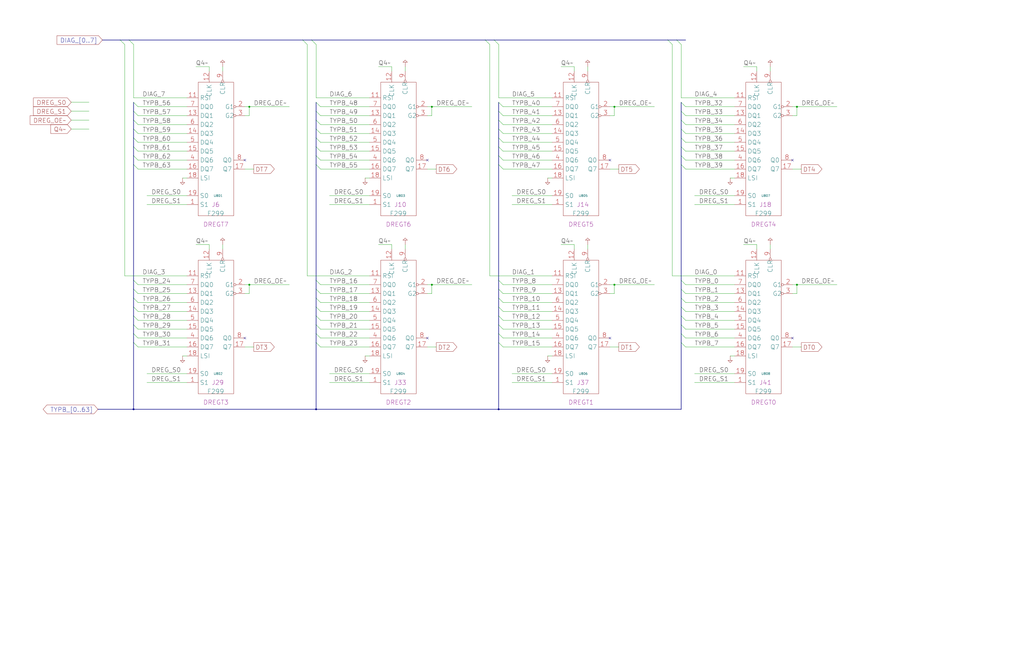
<source format=kicad_sch>
(kicad_sch (version 20220126) (generator eeschema)
  (paper "User" 584.2 378.46)
  (title_block (title "BXCVR\\nTYPE & CHKBIT DIAG REG") (date "08-MAR-90") (rev "0.0") (comment 1 "MEM32 BOARD") (comment 2 "232-003066") (comment 3 "S400") (comment 4 "RELEASED"))
  (lib_symbols
    (symbol "r1000:F299" (pin_names (offset 1.016))
      (property "Reference" "U" (at 2.54 5.08 0))
      (property "Value" "F299" (at -3.81 -5.08 0))
      (property "Location" "___" (at -1.27 0 0))
      (property "Name" "______" (at 1.27 -12.7 0))
      (symbol "F299_1_1"
        (rectangle (start -8.89 69.85) (end 11.43 -6.35))
        (circle (center 5.08 70.485) (radius 0.635))
        (circle (center 12.065 50.8) (radius 0.635))
        (circle (center 12.065 55.88) (radius 0.635))
        (pin input line (at -15.24 0 0) (length 6.35) (name "S1") (number "1"))
        (pin input line (at -15.24 60.96 0) (length 6.35) (name "RSI") (number "11"))
        (pin input line (at -2.54 76.2 270) (length 6.35) (name "CLK") (number "12"))
        (pin bidirectional line (at -15.24 50.8 0) (length 6.35) (name "DQ1") (number "13"))
        (pin bidirectional line (at -15.24 40.64 0) (length 6.35) (name "DQ3") (number "14"))
        (pin bidirectional line (at -15.24 30.48 0) (length 6.35) (name "DQ5") (number "15"))
        (pin bidirectional line (at -15.24 20.32 0) (length 6.35) (name "DQ7") (number "16"))
        (pin output line (at 17.78 20.32 180) (length 6.35) (name "Q7") (number "17"))
        (pin input line (at -15.24 15.24 0) (length 6.35) (name "LSI") (number "18"))
        (pin input line (at -15.24 5.08 0) (length 6.35) (name "S0") (number "19"))
        (pin input line (at 17.78 55.88 180) (length 5.08) (name "G1") (number "2"))
        (pin input line (at 17.78 50.8 180) (length 5.08) (name "G2") (number "3"))
        (pin bidirectional line (at -15.24 25.4 0) (length 6.35) (name "DQ6") (number "4"))
        (pin bidirectional line (at -15.24 35.56 0) (length 6.35) (name "DQ4") (number "5"))
        (pin bidirectional line (at -15.24 45.72 0) (length 6.35) (name "DQ2") (number "6"))
        (pin bidirectional line (at -15.24 55.88 0) (length 6.35) (name "DQ0") (number "7"))
        (pin output line (at 17.78 25.4 180) (length 6.35) (name "Q0") (number "8"))
        (pin input line (at 5.08 76.2 270) (length 5.08) (name "CLR") (number "9"))
      )
    )
    (symbol "r1000:PD" (power) (pin_numbers hide) (pin_names hide) (in_bom no)
      (symbol "PD_0_1"
        (polyline (pts (xy 0 -2.54) (xy 1.27 -2.54) (xy 0 -3.81) (xy -1.27 -2.54) (xy 0 -2.54)) (stroke (width 0.1524)))
      )
      (symbol "PD_1_1"
        (pin power_in line (at 0 0 270) (length 2.54) (name "PD") (number "1"))
      )
    )
    (symbol "r1000:PU" (power) (pin_numbers hide) (pin_names hide)
      (symbol "PU_0_1"
        (polyline (pts (xy 0 2.54) (xy -1.27 2.54) (xy 0 3.81) (xy 1.27 2.54) (xy 0 2.54)) (stroke (width 0.1524)))
      )
      (symbol "PU_1_1"
        (pin power_in line (at 0 0 90) (length 2.54) (name "PU") (number "1"))
      )
    )
  )
  (bus (pts (xy 172.72 22.86) (xy 177.8 22.86)))
  (bus (pts (xy 177.8 22.86) (xy 276.86 22.86)))
  (bus (pts (xy 180.34 160.02) (xy 180.34 165.1)))
  (bus (pts (xy 180.34 165.1) (xy 180.34 170.18)))
  (bus (pts (xy 180.34 170.18) (xy 180.34 175.26)))
  (bus (pts (xy 180.34 175.26) (xy 180.34 180.34)))
  (bus (pts (xy 180.34 180.34) (xy 180.34 185.42)))
  (bus (pts (xy 180.34 185.42) (xy 180.34 190.5)))
  (bus (pts (xy 180.34 190.5) (xy 180.34 195.58)))
  (bus (pts (xy 180.34 195.58) (xy 180.34 233.68)))
  (bus (pts (xy 180.34 233.68) (xy 284.48 233.68)))
  (bus (pts (xy 180.34 58.42) (xy 180.34 63.5)))
  (bus (pts (xy 180.34 63.5) (xy 180.34 68.58)))
  (bus (pts (xy 180.34 68.58) (xy 180.34 73.66)))
  (bus (pts (xy 180.34 73.66) (xy 180.34 78.74)))
  (bus (pts (xy 180.34 78.74) (xy 180.34 83.82)))
  (bus (pts (xy 180.34 83.82) (xy 180.34 88.9)))
  (bus (pts (xy 180.34 88.9) (xy 180.34 93.98)))
  (bus (pts (xy 180.34 93.98) (xy 180.34 160.02)))
  (bus (pts (xy 276.86 22.86) (xy 281.94 22.86)))
  (bus (pts (xy 281.94 22.86) (xy 381 22.86)))
  (bus (pts (xy 284.48 160.02) (xy 284.48 165.1)))
  (bus (pts (xy 284.48 165.1) (xy 284.48 170.18)))
  (bus (pts (xy 284.48 170.18) (xy 284.48 175.26)))
  (bus (pts (xy 284.48 175.26) (xy 284.48 180.34)))
  (bus (pts (xy 284.48 180.34) (xy 284.48 185.42)))
  (bus (pts (xy 284.48 185.42) (xy 284.48 190.5)))
  (bus (pts (xy 284.48 190.5) (xy 284.48 195.58)))
  (bus (pts (xy 284.48 195.58) (xy 284.48 233.68)))
  (bus (pts (xy 284.48 233.68) (xy 388.62 233.68)))
  (bus (pts (xy 284.48 58.42) (xy 284.48 63.5)))
  (bus (pts (xy 284.48 63.5) (xy 284.48 68.58)))
  (bus (pts (xy 284.48 68.58) (xy 284.48 73.66)))
  (bus (pts (xy 284.48 73.66) (xy 284.48 78.74)))
  (bus (pts (xy 284.48 78.74) (xy 284.48 83.82)))
  (bus (pts (xy 284.48 83.82) (xy 284.48 88.9)))
  (bus (pts (xy 284.48 88.9) (xy 284.48 93.98)))
  (bus (pts (xy 284.48 93.98) (xy 284.48 160.02)))
  (bus (pts (xy 381 22.86) (xy 386.08 22.86)))
  (bus (pts (xy 386.08 22.86) (xy 391.16 22.86)))
  (bus (pts (xy 388.62 160.02) (xy 388.62 165.1)))
  (bus (pts (xy 388.62 165.1) (xy 388.62 170.18)))
  (bus (pts (xy 388.62 170.18) (xy 388.62 175.26)))
  (bus (pts (xy 388.62 175.26) (xy 388.62 180.34)))
  (bus (pts (xy 388.62 180.34) (xy 388.62 185.42)))
  (bus (pts (xy 388.62 185.42) (xy 388.62 190.5)))
  (bus (pts (xy 388.62 190.5) (xy 388.62 195.58)))
  (bus (pts (xy 388.62 195.58) (xy 388.62 233.68)))
  (bus (pts (xy 388.62 58.42) (xy 388.62 63.5)))
  (bus (pts (xy 388.62 63.5) (xy 388.62 68.58)))
  (bus (pts (xy 388.62 68.58) (xy 388.62 73.66)))
  (bus (pts (xy 388.62 73.66) (xy 388.62 78.74)))
  (bus (pts (xy 388.62 78.74) (xy 388.62 83.82)))
  (bus (pts (xy 388.62 83.82) (xy 388.62 88.9)))
  (bus (pts (xy 388.62 88.9) (xy 388.62 93.98)))
  (bus (pts (xy 388.62 93.98) (xy 388.62 160.02)))
  (bus (pts (xy 55.88 233.68) (xy 76.2 233.68)))
  (bus (pts (xy 58.42 22.86) (xy 68.58 22.86)))
  (bus (pts (xy 68.58 22.86) (xy 73.66 22.86)))
  (bus (pts (xy 73.66 22.86) (xy 172.72 22.86)))
  (bus (pts (xy 76.2 160.02) (xy 76.2 165.1)))
  (bus (pts (xy 76.2 165.1) (xy 76.2 170.18)))
  (bus (pts (xy 76.2 170.18) (xy 76.2 175.26)))
  (bus (pts (xy 76.2 175.26) (xy 76.2 180.34)))
  (bus (pts (xy 76.2 180.34) (xy 76.2 185.42)))
  (bus (pts (xy 76.2 185.42) (xy 76.2 190.5)))
  (bus (pts (xy 76.2 190.5) (xy 76.2 195.58)))
  (bus (pts (xy 76.2 195.58) (xy 76.2 233.68)))
  (bus (pts (xy 76.2 233.68) (xy 180.34 233.68)))
  (bus (pts (xy 76.2 58.42) (xy 76.2 63.5)))
  (bus (pts (xy 76.2 63.5) (xy 76.2 68.58)))
  (bus (pts (xy 76.2 68.58) (xy 76.2 73.66)))
  (bus (pts (xy 76.2 73.66) (xy 76.2 78.74)))
  (bus (pts (xy 76.2 78.74) (xy 76.2 83.82)))
  (bus (pts (xy 76.2 83.82) (xy 76.2 88.9)))
  (bus (pts (xy 76.2 88.9) (xy 76.2 93.98)))
  (bus (pts (xy 76.2 93.98) (xy 76.2 160.02)))
  (wire (pts (xy 104.14 101.6) (xy 106.68 101.6)))
  (wire (pts (xy 104.14 203.2) (xy 106.68 203.2)))
  (wire (pts (xy 111.76 139.7) (xy 119.38 139.7)))
  (wire (pts (xy 111.76 38.1) (xy 119.38 38.1)))
  (wire (pts (xy 119.38 139.7) (xy 119.38 142.24)))
  (wire (pts (xy 119.38 38.1) (xy 119.38 40.64)))
  (wire (pts (xy 127 139.7) (xy 127 142.24)))
  (wire (pts (xy 127 38.1) (xy 127 40.64)))
  (wire (pts (xy 139.7 167.64) (xy 142.24 167.64)))
  (wire (pts (xy 139.7 198.12) (xy 144.78 198.12)))
  (wire (pts (xy 139.7 66.04) (xy 142.24 66.04)))
  (wire (pts (xy 139.7 96.52) (xy 144.78 96.52)))
  (wire (pts (xy 142.24 162.56) (xy 139.7 162.56)))
  (wire (pts (xy 142.24 162.56) (xy 165.1 162.56)))
  (wire (pts (xy 142.24 167.64) (xy 142.24 162.56)))
  (wire (pts (xy 142.24 60.96) (xy 139.7 60.96)))
  (wire (pts (xy 142.24 60.96) (xy 165.1 60.96)))
  (wire (pts (xy 142.24 66.04) (xy 142.24 60.96)))
  (wire (pts (xy 175.26 157.48) (xy 175.26 25.4)))
  (wire (pts (xy 175.26 157.48) (xy 210.82 157.48)))
  (wire (pts (xy 180.34 55.88) (xy 180.34 25.4)))
  (wire (pts (xy 180.34 55.88) (xy 210.82 55.88)))
  (wire (pts (xy 182.88 162.56) (xy 210.82 162.56)))
  (wire (pts (xy 182.88 167.64) (xy 210.82 167.64)))
  (wire (pts (xy 182.88 172.72) (xy 210.82 172.72)))
  (wire (pts (xy 182.88 177.8) (xy 210.82 177.8)))
  (wire (pts (xy 182.88 182.88) (xy 210.82 182.88)))
  (wire (pts (xy 182.88 187.96) (xy 210.82 187.96)))
  (wire (pts (xy 182.88 193.04) (xy 210.82 193.04)))
  (wire (pts (xy 182.88 198.12) (xy 210.82 198.12)))
  (wire (pts (xy 182.88 60.96) (xy 210.82 60.96)))
  (wire (pts (xy 182.88 66.04) (xy 210.82 66.04)))
  (wire (pts (xy 182.88 71.12) (xy 210.82 71.12)))
  (wire (pts (xy 182.88 76.2) (xy 210.82 76.2)))
  (wire (pts (xy 182.88 81.28) (xy 210.82 81.28)))
  (wire (pts (xy 182.88 86.36) (xy 210.82 86.36)))
  (wire (pts (xy 182.88 91.44) (xy 210.82 91.44)))
  (wire (pts (xy 182.88 96.52) (xy 210.82 96.52)))
  (wire (pts (xy 187.96 111.76) (xy 210.82 111.76)))
  (wire (pts (xy 187.96 116.84) (xy 210.82 116.84)))
  (wire (pts (xy 187.96 213.36) (xy 210.82 213.36)))
  (wire (pts (xy 187.96 218.44) (xy 210.82 218.44)))
  (wire (pts (xy 208.28 101.6) (xy 210.82 101.6)))
  (wire (pts (xy 208.28 203.2) (xy 210.82 203.2)))
  (wire (pts (xy 215.9 139.7) (xy 223.52 139.7)))
  (wire (pts (xy 215.9 38.1) (xy 223.52 38.1)))
  (wire (pts (xy 223.52 139.7) (xy 223.52 142.24)))
  (wire (pts (xy 223.52 38.1) (xy 223.52 40.64)))
  (wire (pts (xy 231.14 139.7) (xy 231.14 142.24)))
  (wire (pts (xy 231.14 38.1) (xy 231.14 40.64)))
  (wire (pts (xy 243.84 167.64) (xy 246.38 167.64)))
  (wire (pts (xy 243.84 198.12) (xy 248.92 198.12)))
  (wire (pts (xy 243.84 66.04) (xy 246.38 66.04)))
  (wire (pts (xy 243.84 96.52) (xy 248.92 96.52)))
  (wire (pts (xy 246.38 162.56) (xy 243.84 162.56)))
  (wire (pts (xy 246.38 162.56) (xy 269.24 162.56)))
  (wire (pts (xy 246.38 167.64) (xy 246.38 162.56)))
  (wire (pts (xy 246.38 60.96) (xy 243.84 60.96)))
  (wire (pts (xy 246.38 60.96) (xy 269.24 60.96)))
  (wire (pts (xy 246.38 66.04) (xy 246.38 60.96)))
  (wire (pts (xy 279.4 157.48) (xy 279.4 25.4)))
  (wire (pts (xy 279.4 157.48) (xy 314.96 157.48)))
  (wire (pts (xy 284.48 55.88) (xy 284.48 25.4)))
  (wire (pts (xy 284.48 55.88) (xy 314.96 55.88)))
  (wire (pts (xy 287.02 162.56) (xy 314.96 162.56)))
  (wire (pts (xy 287.02 167.64) (xy 314.96 167.64)))
  (wire (pts (xy 287.02 172.72) (xy 314.96 172.72)))
  (wire (pts (xy 287.02 177.8) (xy 314.96 177.8)))
  (wire (pts (xy 287.02 182.88) (xy 314.96 182.88)))
  (wire (pts (xy 287.02 187.96) (xy 314.96 187.96)))
  (wire (pts (xy 287.02 193.04) (xy 314.96 193.04)))
  (wire (pts (xy 287.02 198.12) (xy 314.96 198.12)))
  (wire (pts (xy 287.02 60.96) (xy 314.96 60.96)))
  (wire (pts (xy 287.02 66.04) (xy 314.96 66.04)))
  (wire (pts (xy 287.02 71.12) (xy 314.96 71.12)))
  (wire (pts (xy 287.02 76.2) (xy 314.96 76.2)))
  (wire (pts (xy 287.02 81.28) (xy 314.96 81.28)))
  (wire (pts (xy 287.02 86.36) (xy 314.96 86.36)))
  (wire (pts (xy 287.02 91.44) (xy 314.96 91.44)))
  (wire (pts (xy 287.02 96.52) (xy 314.96 96.52)))
  (wire (pts (xy 292.1 111.76) (xy 314.96 111.76)))
  (wire (pts (xy 292.1 116.84) (xy 314.96 116.84)))
  (wire (pts (xy 292.1 213.36) (xy 314.96 213.36)))
  (wire (pts (xy 292.1 218.44) (xy 314.96 218.44)))
  (wire (pts (xy 312.42 101.6) (xy 314.96 101.6)))
  (wire (pts (xy 312.42 203.2) (xy 314.96 203.2)))
  (wire (pts (xy 320.04 139.7) (xy 327.66 139.7)))
  (wire (pts (xy 320.04 38.1) (xy 327.66 38.1)))
  (wire (pts (xy 327.66 139.7) (xy 327.66 142.24)))
  (wire (pts (xy 327.66 38.1) (xy 327.66 40.64)))
  (wire (pts (xy 335.28 139.7) (xy 335.28 142.24)))
  (wire (pts (xy 335.28 38.1) (xy 335.28 40.64)))
  (wire (pts (xy 347.98 167.64) (xy 350.52 167.64)))
  (wire (pts (xy 347.98 198.12) (xy 353.06 198.12)))
  (wire (pts (xy 347.98 66.04) (xy 350.52 66.04)))
  (wire (pts (xy 347.98 96.52) (xy 353.06 96.52)))
  (wire (pts (xy 350.52 162.56) (xy 347.98 162.56)))
  (wire (pts (xy 350.52 162.56) (xy 373.38 162.56)))
  (wire (pts (xy 350.52 167.64) (xy 350.52 162.56)))
  (wire (pts (xy 350.52 60.96) (xy 347.98 60.96)))
  (wire (pts (xy 350.52 60.96) (xy 373.38 60.96)))
  (wire (pts (xy 350.52 66.04) (xy 350.52 60.96)))
  (wire (pts (xy 383.54 157.48) (xy 383.54 25.4)))
  (wire (pts (xy 383.54 157.48) (xy 419.1 157.48)))
  (wire (pts (xy 388.62 55.88) (xy 388.62 25.4)))
  (wire (pts (xy 388.62 55.88) (xy 419.1 55.88)))
  (wire (pts (xy 391.16 162.56) (xy 419.1 162.56)))
  (wire (pts (xy 391.16 167.64) (xy 419.1 167.64)))
  (wire (pts (xy 391.16 172.72) (xy 419.1 172.72)))
  (wire (pts (xy 391.16 177.8) (xy 419.1 177.8)))
  (wire (pts (xy 391.16 182.88) (xy 419.1 182.88)))
  (wire (pts (xy 391.16 187.96) (xy 419.1 187.96)))
  (wire (pts (xy 391.16 193.04) (xy 419.1 193.04)))
  (wire (pts (xy 391.16 198.12) (xy 419.1 198.12)))
  (wire (pts (xy 391.16 60.96) (xy 419.1 60.96)))
  (wire (pts (xy 391.16 66.04) (xy 419.1 66.04)))
  (wire (pts (xy 391.16 71.12) (xy 419.1 71.12)))
  (wire (pts (xy 391.16 76.2) (xy 419.1 76.2)))
  (wire (pts (xy 391.16 81.28) (xy 419.1 81.28)))
  (wire (pts (xy 391.16 86.36) (xy 419.1 86.36)))
  (wire (pts (xy 391.16 91.44) (xy 419.1 91.44)))
  (wire (pts (xy 391.16 96.52) (xy 419.1 96.52)))
  (wire (pts (xy 396.24 111.76) (xy 419.1 111.76)))
  (wire (pts (xy 396.24 116.84) (xy 419.1 116.84)))
  (wire (pts (xy 396.24 213.36) (xy 419.1 213.36)))
  (wire (pts (xy 396.24 218.44) (xy 419.1 218.44)))
  (wire (pts (xy 40.64 58.42) (xy 50.8 58.42)))
  (wire (pts (xy 40.64 63.5) (xy 50.8 63.5)))
  (wire (pts (xy 40.64 68.58) (xy 50.8 68.58)))
  (wire (pts (xy 40.64 73.66) (xy 50.8 73.66)))
  (wire (pts (xy 416.56 101.6) (xy 419.1 101.6)))
  (wire (pts (xy 416.56 203.2) (xy 419.1 203.2)))
  (wire (pts (xy 424.18 139.7) (xy 431.8 139.7)))
  (wire (pts (xy 424.18 38.1) (xy 431.8 38.1)))
  (wire (pts (xy 431.8 139.7) (xy 431.8 142.24)))
  (wire (pts (xy 431.8 38.1) (xy 431.8 40.64)))
  (wire (pts (xy 439.42 139.7) (xy 439.42 142.24)))
  (wire (pts (xy 439.42 38.1) (xy 439.42 40.64)))
  (wire (pts (xy 452.12 167.64) (xy 454.66 167.64)))
  (wire (pts (xy 452.12 198.12) (xy 457.2 198.12)))
  (wire (pts (xy 452.12 66.04) (xy 454.66 66.04)))
  (wire (pts (xy 452.12 96.52) (xy 457.2 96.52)))
  (wire (pts (xy 454.66 162.56) (xy 452.12 162.56)))
  (wire (pts (xy 454.66 162.56) (xy 477.52 162.56)))
  (wire (pts (xy 454.66 167.64) (xy 454.66 162.56)))
  (wire (pts (xy 454.66 60.96) (xy 452.12 60.96)))
  (wire (pts (xy 454.66 60.96) (xy 477.52 60.96)))
  (wire (pts (xy 454.66 66.04) (xy 454.66 60.96)))
  (wire (pts (xy 71.12 157.48) (xy 106.68 157.48)))
  (wire (pts (xy 71.12 25.4) (xy 71.12 157.48)))
  (wire (pts (xy 76.2 55.88) (xy 106.68 55.88)))
  (wire (pts (xy 76.2 55.88) (xy 76.2 25.4)))
  (wire (pts (xy 78.74 162.56) (xy 106.68 162.56)))
  (wire (pts (xy 78.74 167.64) (xy 106.68 167.64)))
  (wire (pts (xy 78.74 172.72) (xy 106.68 172.72)))
  (wire (pts (xy 78.74 177.8) (xy 106.68 177.8)))
  (wire (pts (xy 78.74 182.88) (xy 106.68 182.88)))
  (wire (pts (xy 78.74 187.96) (xy 106.68 187.96)))
  (wire (pts (xy 78.74 193.04) (xy 106.68 193.04)))
  (wire (pts (xy 78.74 198.12) (xy 106.68 198.12)))
  (wire (pts (xy 78.74 60.96) (xy 106.68 60.96)))
  (wire (pts (xy 78.74 66.04) (xy 106.68 66.04)))
  (wire (pts (xy 78.74 71.12) (xy 106.68 71.12)))
  (wire (pts (xy 78.74 76.2) (xy 106.68 76.2)))
  (wire (pts (xy 78.74 81.28) (xy 106.68 81.28)))
  (wire (pts (xy 78.74 86.36) (xy 106.68 86.36)))
  (wire (pts (xy 78.74 91.44) (xy 106.68 91.44)))
  (wire (pts (xy 78.74 96.52) (xy 106.68 96.52)))
  (wire (pts (xy 83.82 111.76) (xy 106.68 111.76)))
  (wire (pts (xy 83.82 116.84) (xy 106.68 116.84)))
  (wire (pts (xy 83.82 213.36) (xy 106.68 213.36)))
  (wire (pts (xy 83.82 218.44) (xy 106.68 218.44)))
  (global_label "DREG_S0" (shape input) (at 40.64 58.42 180) (effects (font (size 2.54 2.54))) (property "Intersheet References" "${INTERSHEET_REFS}" (at 19.1226 58.2613 0) (effects (font (size 1.905 1.905)) (justify right))))
  (global_label "DREG_S1" (shape input) (at 40.64 63.5 180) (effects (font (size 2.54 2.54))) (property "Intersheet References" "${INTERSHEET_REFS}" (at 19.1226 63.3413 0) (effects (font (size 1.905 1.905)) (justify right))))
  (global_label "DREG_OE~" (shape input) (at 40.64 68.58 180) (effects (font (size 2.54 2.54))) (property "Intersheet References" "${INTERSHEET_REFS}" (at 17.1873 68.4213 0) (effects (font (size 1.905 1.905)) (justify right))))
  (global_label "Q4~" (shape input) (at 40.64 73.66 180) (effects (font (size 2.54 2.54))) (property "Intersheet References" "${INTERSHEET_REFS}" (at 16.8245 73.5013 0) (effects (font (size 1.905 1.905)) (justify right))))
  (global_label "TYPB_[0..63]" (shape bidirectional) (at 55.88 233.68 180) (effects (font (size 2.54 2.54))) (property "Intersheet References" "${INTERSHEET_REFS}" (at 26.8635 233.5213 0) (effects (font (size 1.905 1.905)) (justify right))))
  (global_label "DIAG_[0..7]" (shape input) (at 58.42 22.86 180) (effects (font (size 2.54 2.54))) (property "Intersheet References" "${INTERSHEET_REFS}" (at 32.5483 22.7013 0) (effects (font (size 1.905 1.905)) (justify right))))
  (bus_entry (at 68.58 22.86) (size 2.54 2.54))
  (bus_entry (at 73.66 22.86) (size 2.54 2.54))
  (bus_entry (at 76.2 58.42) (size 2.54 2.54))
  (bus_entry (at 76.2 63.5) (size 2.54 2.54))
  (bus_entry (at 76.2 68.58) (size 2.54 2.54))
  (bus_entry (at 76.2 73.66) (size 2.54 2.54))
  (bus_entry (at 76.2 78.74) (size 2.54 2.54))
  (bus_entry (at 76.2 83.82) (size 2.54 2.54))
  (bus_entry (at 76.2 88.9) (size 2.54 2.54))
  (bus_entry (at 76.2 93.98) (size 2.54 2.54))
  (bus_entry (at 76.2 160.02) (size 2.54 2.54))
  (bus_entry (at 76.2 165.1) (size 2.54 2.54))
  (bus_entry (at 76.2 170.18) (size 2.54 2.54))
  (bus_entry (at 76.2 175.26) (size 2.54 2.54))
  (bus_entry (at 76.2 180.34) (size 2.54 2.54))
  (bus_entry (at 76.2 185.42) (size 2.54 2.54))
  (bus_entry (at 76.2 190.5) (size 2.54 2.54))
  (bus_entry (at 76.2 195.58) (size 2.54 2.54))
  (junction (at 76.2 233.68))
  (label "DIAG_7" (at 81.28 55.88 0) (effects (font (size 2.54 2.54))))
  (label "TYPB_56" (at 81.28 60.96 0) (effects (font (size 2.54 2.54))))
  (label "TYPB_57" (at 81.28 66.04 0) (effects (font (size 2.54 2.54))))
  (label "TYPB_58" (at 81.28 71.12 0) (effects (font (size 2.54 2.54))))
  (label "TYPB_59" (at 81.28 76.2 0) (effects (font (size 2.54 2.54))))
  (label "TYPB_60" (at 81.28 81.28 0) (effects (font (size 2.54 2.54))))
  (label "TYPB_61" (at 81.28 86.36 0) (effects (font (size 2.54 2.54))))
  (label "TYPB_62" (at 81.28 91.44 0) (effects (font (size 2.54 2.54))))
  (label "TYPB_63" (at 81.28 96.52 0) (effects (font (size 2.54 2.54))))
  (label "DIAG_3" (at 81.28 157.48 0) (effects (font (size 2.54 2.54))))
  (label "TYPB_24" (at 81.28 162.56 0) (effects (font (size 2.54 2.54))))
  (label "TYPB_25" (at 81.28 167.64 0) (effects (font (size 2.54 2.54))))
  (label "TYPB_26" (at 81.28 172.72 0) (effects (font (size 2.54 2.54))))
  (label "TYPB_27" (at 81.28 177.8 0) (effects (font (size 2.54 2.54))))
  (label "TYPB_28" (at 81.28 182.88 0) (effects (font (size 2.54 2.54))))
  (label "TYPB_29" (at 81.28 187.96 0) (effects (font (size 2.54 2.54))))
  (label "TYPB_30" (at 81.28 193.04 0) (effects (font (size 2.54 2.54))))
  (label "TYPB_31" (at 81.28 198.12 0) (effects (font (size 2.54 2.54))))
  (label "DREG_S0" (at 86.36 111.76 0) (effects (font (size 2.54 2.54))))
  (label "DREG_S1" (at 86.36 116.84 0) (effects (font (size 2.54 2.54))))
  (label "DREG_S0" (at 86.36 213.36 0) (effects (font (size 2.54 2.54))))
  (label "DREG_S1" (at 86.36 218.44 0) (effects (font (size 2.54 2.54))))
  (symbol (lib_id "r1000:PD") (at 104.14 101.6 0) (unit 1) (in_bom no)
    (property "Reference" "#PWR0801" (effects hide))
    (property "Value" "PD" (effects hide))
  )
  (symbol (lib_id "r1000:PD") (at 104.14 203.2 0) (unit 1) (in_bom no)
    (property "Reference" "#PWR0802" (effects hide))
    (property "Value" "PD" (effects hide))
  )
  (label "Q4~" (at 111.76 38.1 0) (effects (font (size 2.54 2.54))))
  (label "Q4~" (at 111.76 139.7 0) (effects (font (size 2.54 2.54))))
  (symbol (lib_id "r1000:F299") (at 121.92 116.84 0) (unit 1)
    (property "Reference" "U801" (at 124.46 111.76 0))
    (property "Value" "F299" (at 118.11 121.92 0) (effects (font (size 2.54 2.54)) (justify left)))
    (property "Location" "J6" (at 120.65 116.84 0) (effects (font (size 2.54 2.54)) (justify left)))
    (property "Name" "DREGT7" (at 123.19 129.54 0) (effects (font (size 2.54 2.54)) (justify bottom)))
  )
  (symbol (lib_id "r1000:F299") (at 121.92 218.44 0) (unit 1)
    (property "Reference" "U802" (at 124.46 213.36 0))
    (property "Value" "F299" (at 118.11 223.52 0) (effects (font (size 2.54 2.54)) (justify left)))
    (property "Location" "J29" (at 120.65 218.44 0) (effects (font (size 2.54 2.54)) (justify left)))
    (property "Name" "DREGT3" (at 123.19 231.14 0) (effects (font (size 2.54 2.54)) (justify bottom)))
  )
  (symbol (lib_id "r1000:PU") (at 127 38.1 0) (unit 1)
    (property "Reference" "#PWR0809" (effects hide))
    (property "Value" "PU" (effects hide))
  )
  (symbol (lib_id "r1000:PU") (at 127 139.7 0) (unit 1)
    (property "Reference" "#PWR0810" (effects hide))
    (property "Value" "PU" (effects hide))
  )
  (no_connect (at 139.7 91.44))
  (no_connect (at 139.7 193.04))
  (junction (at 142.24 60.96))
  (junction (at 142.24 162.56))
  (label "DREG_OE~" (at 144.78 60.96 0) (effects (font (size 2.54 2.54))))
  (global_label "DT7" (shape output) (at 144.78 96.52 0) (effects (font (size 2.54 2.54))) (property "Intersheet References" "${INTERSHEET_REFS}" (at 156.5003 96.3613 0) (effects (font (size 1.905 1.905)) (justify left))))
  (label "DREG_OE~" (at 144.78 162.56 0) (effects (font (size 2.54 2.54))))
  (global_label "DT3" (shape output) (at 144.78 198.12 0) (effects (font (size 2.54 2.54))) (property "Intersheet References" "${INTERSHEET_REFS}" (at 156.5003 197.9613 0) (effects (font (size 1.905 1.905)) (justify left))))
  (bus_entry (at 172.72 22.86) (size 2.54 2.54))
  (bus_entry (at 177.8 22.86) (size 2.54 2.54))
  (bus_entry (at 180.34 58.42) (size 2.54 2.54))
  (bus_entry (at 180.34 63.5) (size 2.54 2.54))
  (bus_entry (at 180.34 68.58) (size 2.54 2.54))
  (bus_entry (at 180.34 73.66) (size 2.54 2.54))
  (bus_entry (at 180.34 78.74) (size 2.54 2.54))
  (bus_entry (at 180.34 83.82) (size 2.54 2.54))
  (bus_entry (at 180.34 88.9) (size 2.54 2.54))
  (bus_entry (at 180.34 93.98) (size 2.54 2.54))
  (bus_entry (at 180.34 160.02) (size 2.54 2.54))
  (bus_entry (at 180.34 165.1) (size 2.54 2.54))
  (bus_entry (at 180.34 170.18) (size 2.54 2.54))
  (bus_entry (at 180.34 175.26) (size 2.54 2.54))
  (bus_entry (at 180.34 180.34) (size 2.54 2.54))
  (bus_entry (at 180.34 185.42) (size 2.54 2.54))
  (bus_entry (at 180.34 190.5) (size 2.54 2.54))
  (bus_entry (at 180.34 195.58) (size 2.54 2.54))
  (junction (at 180.34 233.68))
  (label "DIAG_6" (at 187.96 55.88 0) (effects (font (size 2.54 2.54))))
  (label "TYPB_48" (at 187.96 60.96 0) (effects (font (size 2.54 2.54))))
  (label "TYPB_49" (at 187.96 66.04 0) (effects (font (size 2.54 2.54))))
  (label "TYPB_50" (at 187.96 71.12 0) (effects (font (size 2.54 2.54))))
  (label "TYPB_51" (at 187.96 76.2 0) (effects (font (size 2.54 2.54))))
  (label "TYPB_52" (at 187.96 81.28 0) (effects (font (size 2.54 2.54))))
  (label "TYPB_53" (at 187.96 86.36 0) (effects (font (size 2.54 2.54))))
  (label "TYPB_54" (at 187.96 91.44 0) (effects (font (size 2.54 2.54))))
  (label "TYPB_55" (at 187.96 96.52 0) (effects (font (size 2.54 2.54))))
  (label "DIAG_2" (at 187.96 157.48 0) (effects (font (size 2.54 2.54))))
  (label "TYPB_16" (at 187.96 162.56 0) (effects (font (size 2.54 2.54))))
  (label "TYPB_17" (at 187.96 167.64 0) (effects (font (size 2.54 2.54))))
  (label "TYPB_18" (at 187.96 172.72 0) (effects (font (size 2.54 2.54))))
  (label "TYPB_19" (at 187.96 177.8 0) (effects (font (size 2.54 2.54))))
  (label "TYPB_20" (at 187.96 182.88 0) (effects (font (size 2.54 2.54))))
  (label "TYPB_21" (at 187.96 187.96 0) (effects (font (size 2.54 2.54))))
  (label "TYPB_22" (at 187.96 193.04 0) (effects (font (size 2.54 2.54))))
  (label "TYPB_23" (at 187.96 198.12 0) (effects (font (size 2.54 2.54))))
  (label "DREG_S0" (at 190.5 111.76 0) (effects (font (size 2.54 2.54))))
  (label "DREG_S1" (at 190.5 116.84 0) (effects (font (size 2.54 2.54))))
  (label "DREG_S0" (at 190.5 213.36 0) (effects (font (size 2.54 2.54))))
  (label "DREG_S1" (at 190.5 218.44 0) (effects (font (size 2.54 2.54))))
  (symbol (lib_id "r1000:PD") (at 208.28 101.6 0) (unit 1) (in_bom no)
    (property "Reference" "#PWR0803" (effects hide))
    (property "Value" "PD" (effects hide))
  )
  (symbol (lib_id "r1000:PD") (at 208.28 203.2 0) (unit 1) (in_bom no)
    (property "Reference" "#PWR0804" (effects hide))
    (property "Value" "PD" (effects hide))
  )
  (label "Q4~" (at 215.9 38.1 0) (effects (font (size 2.54 2.54))))
  (label "Q4~" (at 215.9 139.7 0) (effects (font (size 2.54 2.54))))
  (symbol (lib_id "r1000:F299") (at 226.06 116.84 0) (unit 1)
    (property "Reference" "U803" (at 228.6 111.76 0))
    (property "Value" "F299" (at 222.25 121.92 0) (effects (font (size 2.54 2.54)) (justify left)))
    (property "Location" "J10" (at 224.79 116.84 0) (effects (font (size 2.54 2.54)) (justify left)))
    (property "Name" "DREGT6" (at 227.33 129.54 0) (effects (font (size 2.54 2.54)) (justify bottom)))
  )
  (symbol (lib_id "r1000:F299") (at 226.06 218.44 0) (unit 1)
    (property "Reference" "U804" (at 228.6 213.36 0))
    (property "Value" "F299" (at 222.25 223.52 0) (effects (font (size 2.54 2.54)) (justify left)))
    (property "Location" "J33" (at 224.79 218.44 0) (effects (font (size 2.54 2.54)) (justify left)))
    (property "Name" "DREGT2" (at 227.33 231.14 0) (effects (font (size 2.54 2.54)) (justify bottom)))
  )
  (symbol (lib_id "r1000:PU") (at 231.14 38.1 0) (unit 1)
    (property "Reference" "#PWR0811" (effects hide))
    (property "Value" "PU" (effects hide))
  )
  (symbol (lib_id "r1000:PU") (at 231.14 139.7 0) (unit 1)
    (property "Reference" "#PWR0812" (effects hide))
    (property "Value" "PU" (effects hide))
  )
  (no_connect (at 243.84 91.44))
  (no_connect (at 243.84 193.04))
  (junction (at 246.38 60.96))
  (junction (at 246.38 162.56))
  (label "DREG_OE~" (at 248.92 60.96 0) (effects (font (size 2.54 2.54))))
  (global_label "DT6" (shape output) (at 248.92 96.52 0) (effects (font (size 2.54 2.54))) (property "Intersheet References" "${INTERSHEET_REFS}" (at 260.6403 96.3613 0) (effects (font (size 1.905 1.905)) (justify left))))
  (label "DREG_OE~" (at 248.92 162.56 0) (effects (font (size 2.54 2.54))))
  (global_label "DT2" (shape output) (at 248.92 198.12 0) (effects (font (size 2.54 2.54))) (property "Intersheet References" "${INTERSHEET_REFS}" (at 260.6403 197.9613 0) (effects (font (size 1.905 1.905)) (justify left))))
  (bus_entry (at 276.86 22.86) (size 2.54 2.54))
  (bus_entry (at 281.94 22.86) (size 2.54 2.54))
  (bus_entry (at 284.48 58.42) (size 2.54 2.54))
  (bus_entry (at 284.48 63.5) (size 2.54 2.54))
  (bus_entry (at 284.48 68.58) (size 2.54 2.54))
  (bus_entry (at 284.48 73.66) (size 2.54 2.54))
  (bus_entry (at 284.48 78.74) (size 2.54 2.54))
  (bus_entry (at 284.48 83.82) (size 2.54 2.54))
  (bus_entry (at 284.48 88.9) (size 2.54 2.54))
  (bus_entry (at 284.48 93.98) (size 2.54 2.54))
  (bus_entry (at 284.48 160.02) (size 2.54 2.54))
  (bus_entry (at 284.48 165.1) (size 2.54 2.54))
  (bus_entry (at 284.48 170.18) (size 2.54 2.54))
  (bus_entry (at 284.48 175.26) (size 2.54 2.54))
  (bus_entry (at 284.48 180.34) (size 2.54 2.54))
  (bus_entry (at 284.48 185.42) (size 2.54 2.54))
  (bus_entry (at 284.48 190.5) (size 2.54 2.54))
  (bus_entry (at 284.48 195.58) (size 2.54 2.54))
  (junction (at 284.48 233.68))
  (label "DIAG_5" (at 292.1 55.88 0) (effects (font (size 2.54 2.54))))
  (label "TYPB_40" (at 292.1 60.96 0) (effects (font (size 2.54 2.54))))
  (label "TYPB_41" (at 292.1 66.04 0) (effects (font (size 2.54 2.54))))
  (label "TYPB_42" (at 292.1 71.12 0) (effects (font (size 2.54 2.54))))
  (label "TYPB_43" (at 292.1 76.2 0) (effects (font (size 2.54 2.54))))
  (label "TYPB_44" (at 292.1 81.28 0) (effects (font (size 2.54 2.54))))
  (label "TYPB_45" (at 292.1 86.36 0) (effects (font (size 2.54 2.54))))
  (label "TYPB_46" (at 292.1 91.44 0) (effects (font (size 2.54 2.54))))
  (label "TYPB_47" (at 292.1 96.52 0) (effects (font (size 2.54 2.54))))
  (label "DIAG_1" (at 292.1 157.48 0) (effects (font (size 2.54 2.54))))
  (label "TYPB_8" (at 292.1 162.56 0) (effects (font (size 2.54 2.54))))
  (label "TYPB_9" (at 292.1 167.64 0) (effects (font (size 2.54 2.54))))
  (label "TYPB_10" (at 292.1 172.72 0) (effects (font (size 2.54 2.54))))
  (label "TYPB_11" (at 292.1 177.8 0) (effects (font (size 2.54 2.54))))
  (label "TYPB_12" (at 292.1 182.88 0) (effects (font (size 2.54 2.54))))
  (label "TYPB_13" (at 292.1 187.96 0) (effects (font (size 2.54 2.54))))
  (label "TYPB_14" (at 292.1 193.04 0) (effects (font (size 2.54 2.54))))
  (label "TYPB_15" (at 292.1 198.12 0) (effects (font (size 2.54 2.54))))
  (label "DREG_S0" (at 294.64 111.76 0) (effects (font (size 2.54 2.54))))
  (label "DREG_S1" (at 294.64 116.84 0) (effects (font (size 2.54 2.54))))
  (label "DREG_S0" (at 294.64 213.36 0) (effects (font (size 2.54 2.54))))
  (label "DREG_S1" (at 294.64 218.44 0) (effects (font (size 2.54 2.54))))
  (symbol (lib_id "r1000:PD") (at 312.42 101.6 0) (unit 1) (in_bom no)
    (property "Reference" "#PWR0805" (effects hide))
    (property "Value" "PD" (effects hide))
  )
  (symbol (lib_id "r1000:PD") (at 312.42 203.2 0) (unit 1) (in_bom no)
    (property "Reference" "#PWR0806" (effects hide))
    (property "Value" "PD" (effects hide))
  )
  (label "Q4~" (at 320.04 38.1 0) (effects (font (size 2.54 2.54))))
  (label "Q4~" (at 320.04 139.7 0) (effects (font (size 2.54 2.54))))
  (symbol (lib_id "r1000:F299") (at 330.2 116.84 0) (unit 1)
    (property "Reference" "U805" (at 332.74 111.76 0))
    (property "Value" "F299" (at 326.39 121.92 0) (effects (font (size 2.54 2.54)) (justify left)))
    (property "Location" "J14" (at 328.93 116.84 0) (effects (font (size 2.54 2.54)) (justify left)))
    (property "Name" "DREGT5" (at 331.47 129.54 0) (effects (font (size 2.54 2.54)) (justify bottom)))
  )
  (symbol (lib_id "r1000:F299") (at 330.2 218.44 0) (unit 1)
    (property "Reference" "U806" (at 332.74 213.36 0))
    (property "Value" "F299" (at 326.39 223.52 0) (effects (font (size 2.54 2.54)) (justify left)))
    (property "Location" "J37" (at 328.93 218.44 0) (effects (font (size 2.54 2.54)) (justify left)))
    (property "Name" "DREGT1" (at 331.47 231.14 0) (effects (font (size 2.54 2.54)) (justify bottom)))
  )
  (symbol (lib_id "r1000:PU") (at 335.28 38.1 0) (unit 1)
    (property "Reference" "#PWR0813" (effects hide))
    (property "Value" "PU" (effects hide))
  )
  (symbol (lib_id "r1000:PU") (at 335.28 139.7 0) (unit 1)
    (property "Reference" "#PWR0814" (effects hide))
    (property "Value" "PU" (effects hide))
  )
  (no_connect (at 347.98 91.44))
  (no_connect (at 347.98 193.04))
  (junction (at 350.52 60.96))
  (junction (at 350.52 162.56))
  (label "DREG_OE~" (at 353.06 60.96 0) (effects (font (size 2.54 2.54))))
  (global_label "DT5" (shape output) (at 353.06 96.52 0) (effects (font (size 2.54 2.54))) (property "Intersheet References" "${INTERSHEET_REFS}" (at 364.7803 96.3613 0) (effects (font (size 1.905 1.905)) (justify left))))
  (label "DREG_OE~" (at 353.06 162.56 0) (effects (font (size 2.54 2.54))))
  (global_label "DT1" (shape output) (at 353.06 198.12 0) (effects (font (size 2.54 2.54))) (property "Intersheet References" "${INTERSHEET_REFS}" (at 364.7803 197.9613 0) (effects (font (size 1.905 1.905)) (justify left))))
  (bus_entry (at 381 22.86) (size 2.54 2.54))
  (bus_entry (at 386.08 22.86) (size 2.54 2.54))
  (bus_entry (at 388.62 58.42) (size 2.54 2.54))
  (bus_entry (at 388.62 63.5) (size 2.54 2.54))
  (bus_entry (at 388.62 68.58) (size 2.54 2.54))
  (bus_entry (at 388.62 73.66) (size 2.54 2.54))
  (bus_entry (at 388.62 78.74) (size 2.54 2.54))
  (bus_entry (at 388.62 83.82) (size 2.54 2.54))
  (bus_entry (at 388.62 88.9) (size 2.54 2.54))
  (bus_entry (at 388.62 93.98) (size 2.54 2.54))
  (bus_entry (at 388.62 160.02) (size 2.54 2.54))
  (bus_entry (at 388.62 165.1) (size 2.54 2.54))
  (bus_entry (at 388.62 170.18) (size 2.54 2.54))
  (bus_entry (at 388.62 175.26) (size 2.54 2.54))
  (bus_entry (at 388.62 180.34) (size 2.54 2.54))
  (bus_entry (at 388.62 185.42) (size 2.54 2.54))
  (bus_entry (at 388.62 190.5) (size 2.54 2.54))
  (bus_entry (at 388.62 195.58) (size 2.54 2.54))
  (label "DIAG_4" (at 396.24 55.88 0) (effects (font (size 2.54 2.54))))
  (label "TYPB_32" (at 396.24 60.96 0) (effects (font (size 2.54 2.54))))
  (label "TYPB_33" (at 396.24 66.04 0) (effects (font (size 2.54 2.54))))
  (label "TYPB_34" (at 396.24 71.12 0) (effects (font (size 2.54 2.54))))
  (label "TYPB_35" (at 396.24 76.2 0) (effects (font (size 2.54 2.54))))
  (label "TYPB_36" (at 396.24 81.28 0) (effects (font (size 2.54 2.54))))
  (label "TYPB_37" (at 396.24 86.36 0) (effects (font (size 2.54 2.54))))
  (label "TYPB_38" (at 396.24 91.44 0) (effects (font (size 2.54 2.54))))
  (label "TYPB_39" (at 396.24 96.52 0) (effects (font (size 2.54 2.54))))
  (label "DIAG_0" (at 396.24 157.48 0) (effects (font (size 2.54 2.54))))
  (label "TYPB_0" (at 396.24 162.56 0) (effects (font (size 2.54 2.54))))
  (label "TYPB_1" (at 396.24 167.64 0) (effects (font (size 2.54 2.54))))
  (label "TYPB_2" (at 396.24 172.72 0) (effects (font (size 2.54 2.54))))
  (label "TYPB_3" (at 396.24 177.8 0) (effects (font (size 2.54 2.54))))
  (label "TYPB_4" (at 396.24 182.88 0) (effects (font (size 2.54 2.54))))
  (label "TYPB_5" (at 396.24 187.96 0) (effects (font (size 2.54 2.54))))
  (label "TYPB_6" (at 396.24 193.04 0) (effects (font (size 2.54 2.54))))
  (label "TYPB_7" (at 396.24 198.12 0) (effects (font (size 2.54 2.54))))
  (label "DREG_S0" (at 398.78 111.76 0) (effects (font (size 2.54 2.54))))
  (label "DREG_S1" (at 398.78 116.84 0) (effects (font (size 2.54 2.54))))
  (label "DREG_S0" (at 398.78 213.36 0) (effects (font (size 2.54 2.54))))
  (label "DREG_S1" (at 398.78 218.44 0) (effects (font (size 2.54 2.54))))
  (symbol (lib_id "r1000:PD") (at 416.56 101.6 0) (unit 1) (in_bom no)
    (property "Reference" "#PWR0807" (effects hide))
    (property "Value" "PD" (effects hide))
  )
  (symbol (lib_id "r1000:PD") (at 416.56 203.2 0) (unit 1) (in_bom no)
    (property "Reference" "#PWR0808" (effects hide))
    (property "Value" "PD" (effects hide))
  )
  (label "Q4~" (at 424.18 38.1 0) (effects (font (size 2.54 2.54))))
  (label "Q4~" (at 424.18 139.7 0) (effects (font (size 2.54 2.54))))
  (symbol (lib_id "r1000:F299") (at 434.34 116.84 0) (unit 1)
    (property "Reference" "U807" (at 436.88 111.76 0))
    (property "Value" "F299" (at 430.53 121.92 0) (effects (font (size 2.54 2.54)) (justify left)))
    (property "Location" "J18" (at 433.07 116.84 0) (effects (font (size 2.54 2.54)) (justify left)))
    (property "Name" "DREGT4" (at 435.61 129.54 0) (effects (font (size 2.54 2.54)) (justify bottom)))
  )
  (symbol (lib_id "r1000:F299") (at 434.34 218.44 0) (unit 1)
    (property "Reference" "U808" (at 436.88 213.36 0))
    (property "Value" "F299" (at 430.53 223.52 0) (effects (font (size 2.54 2.54)) (justify left)))
    (property "Location" "J41" (at 433.07 218.44 0) (effects (font (size 2.54 2.54)) (justify left)))
    (property "Name" "DREGT0" (at 435.61 231.14 0) (effects (font (size 2.54 2.54)) (justify bottom)))
  )
  (symbol (lib_id "r1000:PU") (at 439.42 38.1 0) (unit 1)
    (property "Reference" "#PWR0815" (effects hide))
    (property "Value" "PU" (effects hide))
  )
  (symbol (lib_id "r1000:PU") (at 439.42 139.7 0) (unit 1)
    (property "Reference" "#PWR0816" (effects hide))
    (property "Value" "PU" (effects hide))
  )
  (no_connect (at 452.12 91.44))
  (no_connect (at 452.12 193.04))
  (junction (at 454.66 60.96))
  (junction (at 454.66 162.56))
  (label "DREG_OE~" (at 457.2 60.96 0) (effects (font (size 2.54 2.54))))
  (global_label "DT4" (shape output) (at 457.2 96.52 0) (effects (font (size 2.54 2.54))) (property "Intersheet References" "${INTERSHEET_REFS}" (at 468.9203 96.3613 0) (effects (font (size 1.905 1.905)) (justify left))))
  (label "DREG_OE~" (at 457.2 162.56 0) (effects (font (size 2.54 2.54))))
  (global_label "DT0" (shape output) (at 457.2 198.12 0) (effects (font (size 2.54 2.54))) (property "Intersheet References" "${INTERSHEET_REFS}" (at 468.9203 197.9613 0) (effects (font (size 1.905 1.905)) (justify left))))
)
</source>
